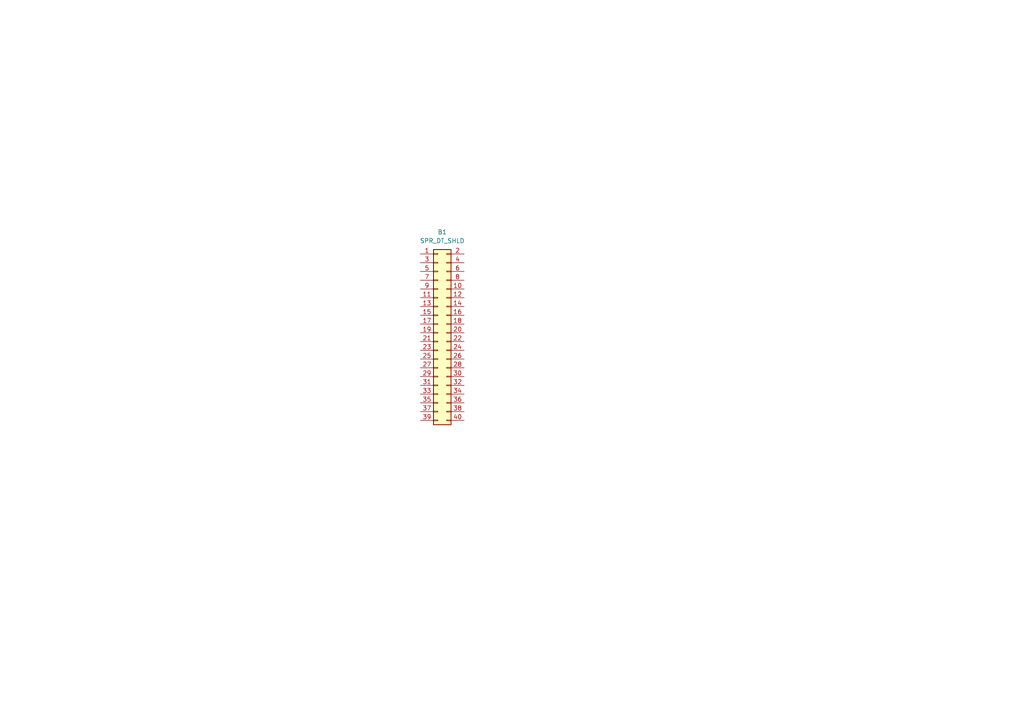
<source format=kicad_sch>
(kicad_sch (version 20250114) (generator "eeschema") (generator_version "9.0")
  (paper "A4")
  (lib_symbols
    (symbol "SPR-DT:SPR_DT_SHLD" (pin_names (offset 1.016) (hide yes))
      (property "Reference" "B" (at 1.27 25.4 0))
      (property "Value" "SPR_DT_SHLD" (at 1.27 -27.94 0))
      (symbol "SPR_DT_SHLD_1_1"
        (rectangle (start -1.27 24.13) (end 3.81 -26.67) (stroke (width 0.254)) (fill (type background)))
        (rectangle (start -1.27 22.987) (end 0 22.733) (stroke (width 0.1524)))
        (rectangle (start -1.27 20.447) (end 0 20.193) (stroke (width 0.1524)))
        (rectangle (start -1.27 17.907) (end 0 17.653) (stroke (width 0.1524)))
        (rectangle (start -1.27 15.367) (end 0 15.113) (stroke (width 0.1524)))
        (rectangle (start -1.27 12.827) (end 0 12.573) (stroke (width 0.1524)))
        (rectangle (start -1.27 10.287) (end 0 10.033) (stroke (width 0.1524)))
        (rectangle (start -1.27 7.747) (end 0 7.493) (stroke (width 0.1524)))
        (rectangle (start -1.27 5.207) (end 0 4.953) (stroke (width 0.1524)))
        (rectangle (start -1.27 2.667) (end 0 2.413) (stroke (width 0.1524)))
        (rectangle (start -1.27 0.127) (end 0 -0.127) (stroke (width 0.1524)))
        (rectangle (start -1.27 -2.413) (end 0 -2.667) (stroke (width 0.1524)))
        (rectangle (start -1.27 -4.953) (end 0 -5.207) (stroke (width 0.1524)))
        (rectangle (start -1.27 -7.493) (end 0 -7.747) (stroke (width 0.1524)))
        (rectangle (start -1.27 -10.033) (end 0 -10.287) (stroke (width 0.1524)))
        (rectangle (start -1.27 -12.573) (end 0 -12.827) (stroke (width 0.1524)))
        (rectangle (start -1.27 -15.113) (end 0 -15.367) (stroke (width 0.1524)))
        (rectangle (start -1.27 -17.653) (end 0 -17.907) (stroke (width 0.1524)))
        (rectangle (start -1.27 -20.193) (end 0 -20.447) (stroke (width 0.1524)))
        (rectangle (start -1.27 -22.733) (end 0 -22.987) (stroke (width 0.1524)))
        (rectangle (start -1.27 -25.273) (end 0 -25.527) (stroke (width 0.1524)))
        (rectangle (start 3.81 22.987) (end 2.54 22.733) (stroke (width 0.1524)))
        (rectangle (start 3.81 20.447) (end 2.54 20.193) (stroke (width 0.1524)))
        (rectangle (start 3.81 17.907) (end 2.54 17.653) (stroke (width 0.1524)))
        (rectangle (start 3.81 15.367) (end 2.54 15.113) (stroke (width 0.1524)))
        (rectangle (start 3.81 12.827) (end 2.54 12.573) (stroke (width 0.1524)))
        (rectangle (start 3.81 10.287) (end 2.54 10.033) (stroke (width 0.1524)))
        (rectangle (start 3.81 7.747) (end 2.54 7.493) (stroke (width 0.1524)))
        (rectangle (start 3.81 5.207) (end 2.54 4.953) (stroke (width 0.1524)))
        (rectangle (start 3.81 2.667) (end 2.54 2.413) (stroke (width 0.1524)))
        (rectangle (start 3.81 0.127) (end 2.54 -0.127) (stroke (width 0.1524)))
        (rectangle (start 3.81 -2.413) (end 2.54 -2.667) (stroke (width 0.1524)))
        (rectangle (start 3.81 -4.953) (end 2.54 -5.207) (stroke (width 0.1524)))
        (rectangle (start 3.81 -7.493) (end 2.54 -7.747) (stroke (width 0.1524)))
        (rectangle (start 3.81 -10.033) (end 2.54 -10.287) (stroke (width 0.1524)))
        (rectangle (start 3.81 -12.573) (end 2.54 -12.827) (stroke (width 0.1524)))
        (rectangle (start 3.81 -15.113) (end 2.54 -15.367) (stroke (width 0.1524)))
        (rectangle (start 3.81 -17.653) (end 2.54 -17.907) (stroke (width 0.1524)))
        (rectangle (start 3.81 -20.193) (end 2.54 -20.447) (stroke (width 0.1524)))
        (rectangle (start 3.81 -22.733) (end 2.54 -22.987) (stroke (width 0.1524)))
        (rectangle (start 3.81 -25.273) (end 2.54 -25.527) (stroke (width 0.1524)))
        (pin passive line (at -5.08 22.86 0) (length 3.81) (name "/RES-AUDIO") (number "1"))
        (pin passive line (at -5.08 20.32 0) (length 3.81) (name "PU-DET") (number "3"))
        (pin passive line (at -5.08 17.78 0) (length 3.81) (name "WCLK-DT") (number "5"))
        (pin passive line (at -5.08 15.24 0) (length 3.81) (name "HCLK-DT") (number "7"))
        (pin passive line (at -5.08 12.7 0) (length 3.81) (name "DGND") (number "9"))
        (pin passive line (at -5.08 10.16 0) (length 3.81) (name "SDO-ADPCM") (number "11"))
        (pin passive line (at -5.08 7.62 0) (length 3.81) (name "SDO-MP3-0") (number "13"))
        (pin passive line (at -5.08 5.08 0) (length 3.81) (name "SDI-PSP") (number "15"))
        (pin passive line (at -5.08 2.54 0) (length 3.81) (name "TDMO-DVNC0") (number "17"))
        (pin passive line (at -5.08 0 0) (length 3.81) (name "TDMI-DVNC0") (number "19"))
        (pin passive line (at -5.08 -2.54 0) (length 3.81) (name "DGND") (number "21"))
        (pin passive line (at -5.08 -5.08 0) (length 3.81) (name "ACIA-TXD0") (number "23"))
        (pin passive line (at -5.08 -7.62 0) (length 3.81) (name "ACIA-TXD1") (number "25"))
        (pin passive line (at -5.08 -10.16 0) (length 3.81) (name "ACIA-RXD2") (number "27"))
        (pin passive line (at -5.08 -12.7 0) (length 3.81) (name "ACIA-TXD3") (number "29"))
        (pin passive line (at -5.08 -15.24 0) (length 3.81) (name "ACIA-RXD3") (number "31"))
        (pin passive line (at -5.08 -17.78 0) (length 3.81) (name "ACIA-TXD5") (number "33"))
        (pin passive line (at -5.08 -20.32 0) (length 3.81) (name "NC") (number "35"))
        (pin passive line (at -5.08 -22.86 0) (length 3.81) (name "DGND") (number "37"))
        (pin passive line (at -5.08 -25.4 0) (length 3.81) (name "NC") (number "39"))
        (pin passive line (at 7.62 22.86 180) (length 3.81) (name "MUTE-AU") (number "2"))
        (pin passive line (at 7.62 20.32 180) (length 3.81) (name "DGND") (number "4"))
        (pin passive line (at 7.62 17.78 180) (length 3.81) (name "BCLK-DT") (number "6"))
        (pin passive line (at 7.62 15.24 180) (length 3.81) (name "MCLK-DT") (number "8"))
        (pin passive line (at 7.62 12.7 180) (length 3.81) (name "DGND") (number "10"))
        (pin passive line (at 7.62 10.16 180) (length 3.81) (name "TDMS-GP1S") (number "12"))
        (pin passive line (at 7.62 7.62 180) (length 3.81) (name "SDO-MP3-1") (number "14"))
        (pin passive line (at 7.62 5.08 180) (length 3.81) (name "DGND") (number "16"))
        (pin passive line (at 7.62 2.54 180) (length 3.81) (name "TDMO-DVNC1") (number "18"))
        (pin passive line (at 7.62 0 180) (length 3.81) (name "TDMI-DVNC1") (number "20"))
        (pin passive line (at 7.62 -2.54 180) (length 3.81) (name "ACIA-RXD0") (number "22"))
        (pin passive line (at 7.62 -5.08 180) (length 3.81) (name "ACIA-RXD1") (number "24"))
        (pin passive line (at 7.62 -7.62 180) (length 3.81) (name "DGND") (number "26"))
        (pin passive line (at 7.62 -10.16 180) (length 3.81) (name "ACIA-TXD2") (number "28"))
        (pin passive line (at 7.62 -12.7 180) (length 3.81) (name "DGND") (number "30"))
        (pin passive line (at 7.62 -15.24 180) (length 3.81) (name "ACIA-TXD4") (number "32"))
        (pin passive line (at 7.62 -17.78 180) (length 3.81) (name "DGND") (number "34"))
        (pin passive line (at 7.62 -20.32 180) (length 3.81) (name "V-VCX0") (number "36"))
        (pin passive line (at 7.62 -22.86 180) (length 3.81) (name "DGND") (number "38"))
        (pin passive line (at 7.62 -25.4 180) (length 3.81) (name "NC") (number "40"))
      )
    )
  )
  (symbol (lib_id "SPR-DT:SPR_DT_SHLD") (at 127 96.52 0) (unit 1)
    (property "Reference" "B1" (at 128.27 67.31 0))
    (property "Value" "SPR_DT_SHLD" (at 128.27 69.85 0))
    (property "Description" "SPR-DT SHLD MIDI & AUDIO CONNECTOR" (effects (hide yes)))
  )
)
</source>
